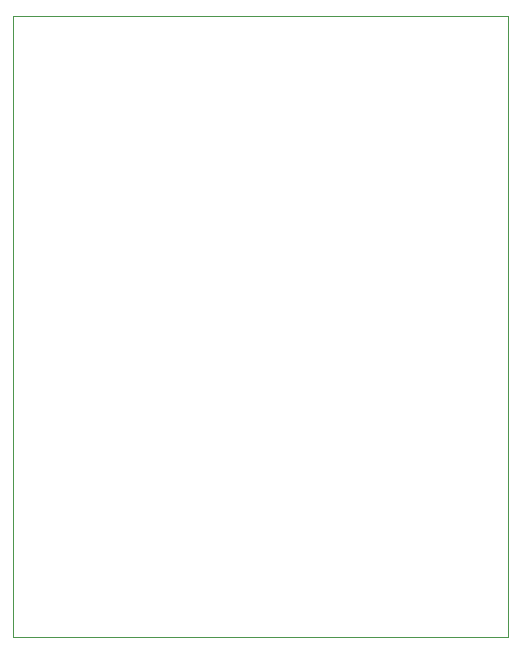
<source format=gm1>
G04 #@! TF.GenerationSoftware,KiCad,Pcbnew,7.0.2*
G04 #@! TF.CreationDate,2024-02-06T18:16:05+01:00*
G04 #@! TF.ProjectId,ebeamMeasurement,65626561-6d4d-4656-9173-7572656d656e,rev?*
G04 #@! TF.SameCoordinates,Original*
G04 #@! TF.FileFunction,Profile,NP*
%FSLAX46Y46*%
G04 Gerber Fmt 4.6, Leading zero omitted, Abs format (unit mm)*
G04 Created by KiCad (PCBNEW 7.0.2) date 2024-02-06 18:16:05*
%MOMM*%
%LPD*%
G01*
G04 APERTURE LIST*
G04 #@! TA.AperFunction,Profile*
%ADD10C,0.100000*%
G04 #@! TD*
G04 APERTURE END LIST*
D10*
X46482000Y-38608000D02*
X88392000Y-38608000D01*
X88392000Y-91186000D01*
X46482000Y-91186000D01*
X46482000Y-38608000D01*
M02*

</source>
